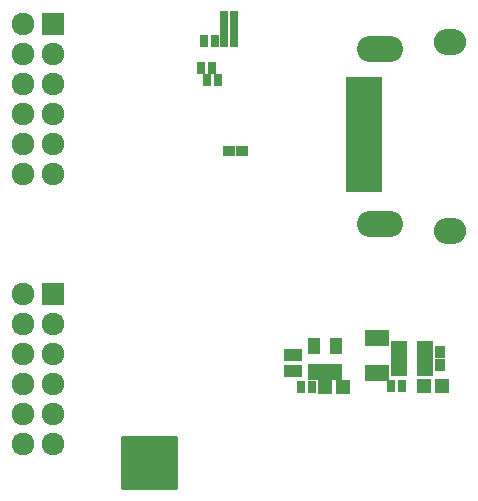
<source format=gts>
G04 #@! TF.FileFunction,Soldermask,Top*
%FSLAX46Y46*%
G04 Gerber Fmt 4.6, Leading zero omitted, Abs format (unit mm)*
G04 Created by KiCad (PCBNEW 4.0.6-e0-6349~53~ubuntu14.04.1) date Sat Jul 15 18:22:04 2017*
%MOMM*%
%LPD*%
G01*
G04 APERTURE LIST*
%ADD10C,0.350000*%
%ADD11R,1.200000X1.150000*%
%ADD12R,0.900000X1.000000*%
%ADD13R,2.000000X1.400000*%
%ADD14R,3.150000X0.730200*%
%ADD15O,3.900000X2.200000*%
%ADD16O,2.750000X2.200000*%
%ADD17R,1.598880X0.999440*%
%ADD18R,0.800000X1.000000*%
%ADD19R,1.050000X1.460000*%
%ADD20R,1.460000X1.050000*%
%ADD21R,1.000000X0.900000*%
%ADD22R,1.924000X1.924000*%
%ADD23C,1.924000*%
%ADD24C,0.254000*%
G04 APERTURE END LIST*
D10*
D11*
X111290800Y-104709600D03*
X109790800Y-104709600D03*
D12*
X119557800Y-101746600D03*
X119557800Y-102846600D03*
D11*
X118172800Y-104582600D03*
X119672800Y-104582600D03*
D13*
X114223800Y-100542600D03*
X114223800Y-103542600D03*
D14*
X113136000Y-83330000D03*
X113136000Y-82830000D03*
X113136000Y-82330000D03*
X113136000Y-81830000D03*
X113136000Y-81330000D03*
X113136000Y-80830000D03*
X113136000Y-80330000D03*
X113136000Y-79830000D03*
X113136000Y-79330000D03*
X113136000Y-78830000D03*
X113136000Y-83830000D03*
X113136000Y-84330000D03*
X113136000Y-84830000D03*
X113136000Y-85330000D03*
X113136000Y-85830000D03*
X113136000Y-86330000D03*
X113136000Y-86830000D03*
X113136000Y-87330000D03*
X113136000Y-87830000D03*
D15*
X114436000Y-90880000D03*
X114436000Y-76080000D03*
D16*
X120396000Y-91480000D03*
X120396000Y-75480000D03*
D17*
X107111800Y-101976560D03*
X107111800Y-103378640D03*
D18*
X108704800Y-104709600D03*
X107804800Y-104709600D03*
X115424800Y-104582600D03*
X116324800Y-104582600D03*
X99303000Y-77724000D03*
X100203000Y-77724000D03*
X101208000Y-73406000D03*
X102108000Y-73406000D03*
X100468000Y-75438000D03*
X99568000Y-75438000D03*
D19*
X108828800Y-103396600D03*
X109778800Y-103396600D03*
X110728800Y-103396600D03*
X110728800Y-101196600D03*
X108828800Y-101196600D03*
D20*
X116044800Y-101346600D03*
X116044800Y-102296600D03*
X116044800Y-103246600D03*
X118244800Y-103246600D03*
X118244800Y-101346600D03*
X118244800Y-102296600D03*
D21*
X101676200Y-84709000D03*
X102776200Y-84709000D03*
D18*
X101208000Y-75438000D03*
X102108000Y-75438000D03*
X101208000Y-74422000D03*
X102108000Y-74422000D03*
X100711000Y-78740000D03*
X99811000Y-78740000D03*
D22*
X86750000Y-73972000D03*
D23*
X84210000Y-73972000D03*
X86750000Y-76512000D03*
X84210000Y-76512000D03*
X86750000Y-79052000D03*
X84210000Y-79052000D03*
X86750000Y-81592000D03*
X84210000Y-81592000D03*
X86750000Y-84132000D03*
X84210000Y-84132000D03*
X86750000Y-86672000D03*
X84210000Y-86672000D03*
D22*
X86750000Y-96832000D03*
D23*
X84210000Y-96832000D03*
X86750000Y-99372000D03*
X84210000Y-99372000D03*
X86750000Y-101912000D03*
X84210000Y-101912000D03*
X86750000Y-104452000D03*
X84210000Y-104452000D03*
X86750000Y-106992000D03*
X84210000Y-106992000D03*
X86750000Y-109532000D03*
X84210000Y-109532000D03*
D24*
G36*
X97152982Y-113220500D02*
X92580982Y-113220500D01*
X92580982Y-108902500D01*
X97152982Y-108902500D01*
X97152982Y-113220500D01*
X97152982Y-113220500D01*
G37*
X97152982Y-113220500D02*
X92580982Y-113220500D01*
X92580982Y-108902500D01*
X97152982Y-108902500D01*
X97152982Y-113220500D01*
M02*

</source>
